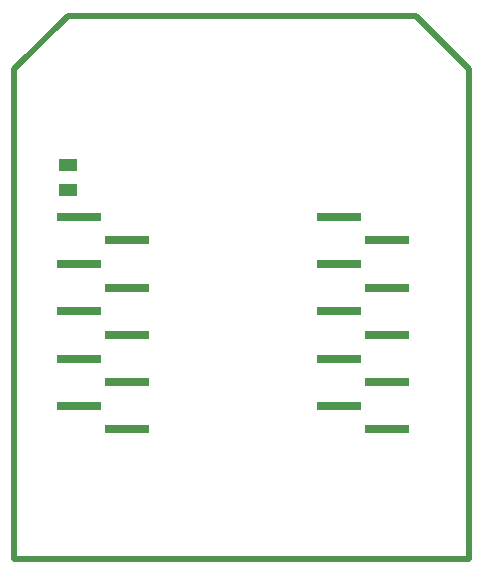
<source format=gbp>
G04 Layer_Color=128*
%FSLAX44Y44*%
%MOMM*%
G71*
G01*
G75*
%ADD16C,0.5000*%
%ADD22R,1.5000X1.0000*%
%ADD23R,3.7000X0.8000*%
D16*
X250000Y250000D02*
Y665000D01*
X295000Y710000D01*
X590000D01*
X635000Y665000D01*
Y250000D02*
Y665000D01*
X250000Y250000D02*
X635000D01*
D22*
X295000Y563000D02*
D03*
Y584000D02*
D03*
D23*
X305000Y540000D02*
D03*
X345000Y520000D02*
D03*
X305000Y500000D02*
D03*
X345000Y480000D02*
D03*
X305000Y460000D02*
D03*
X345000Y440000D02*
D03*
X305000Y420000D02*
D03*
X345000Y400000D02*
D03*
X305000Y380000D02*
D03*
X345000Y360000D02*
D03*
X565000D02*
D03*
X525000Y380000D02*
D03*
X565000Y400000D02*
D03*
X525000Y420000D02*
D03*
X565000Y440000D02*
D03*
X525000Y460000D02*
D03*
X565000Y480000D02*
D03*
X525000Y500000D02*
D03*
X565000Y520000D02*
D03*
X525000Y540000D02*
D03*
M02*

</source>
